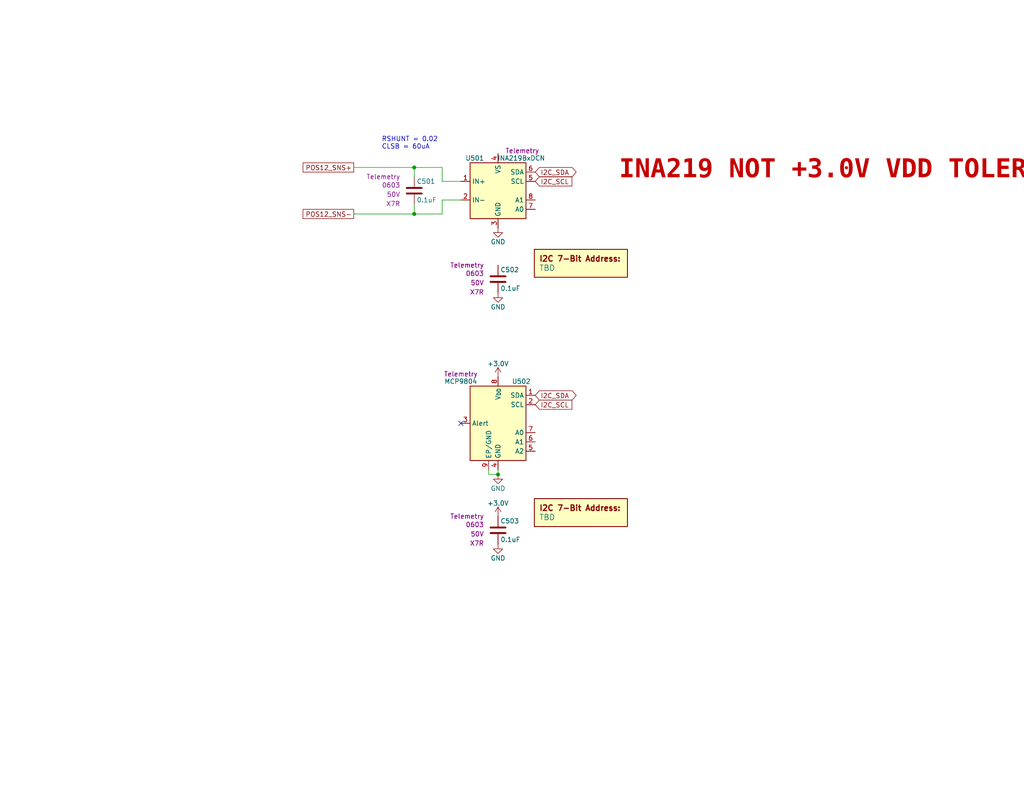
<source format=kicad_sch>
(kicad_sch (version 20230121) (generator eeschema)
  (paper "A")
  (title_block (title "Thermal Camera") (date "2023-11-13") (rev "PRELIM") (company "Drew Maatman and Michael Laffin"))
  (lib_symbols
    (symbol "Analog_ADC:INA219BxDCN"
      (property "Reference" "U" (at -6.35 8.89 0))
      (property "Value" "Analog_ADC_INA219BxDCN" (at 6.35 8.89 0))
      (symbol "INA219BxDCN_0_1"
        (rectangle (start -7.62 7.62) (end 7.62 -7.62) (stroke (width 0.254)) (fill (type background)))
      )
      (symbol "INA219BxDCN_1_1"
        (pin input line (at -10.16 2.54 0) (length 2.54) (name "IN+") (number "1"))
        (pin input line (at -10.16 -2.54 0) (length 2.54) (name "IN-") (number "2"))
        (pin power_in line (at 0 -10.16 90) (length 2.54) (name "GND") (number "3"))
        (pin power_in line (at 0 10.16 270) (length 2.54) (name "VS") (number "4"))
        (pin input line (at 10.16 2.54 180) (length 2.54) (name "SCL") (number "5"))
        (pin bidirectional line (at 10.16 5.08 180) (length 2.54) (name "SDA") (number "6"))
        (pin input line (at 10.16 -5.08 180) (length 2.54) (name "A0") (number "7"))
        (pin input line (at 10.16 -2.54 180) (length 2.54) (name "A1") (number "8"))
      )
    )
    (symbol "Custom Library:+3.0V" (power) (pin_names (offset 0))
      (property "Value" "+3.0V" (at 0 3.556 0))
      (symbol "+3.0V_0_1"
        (polyline (pts (xy -0.762 1.27) (xy 0 2.54)))
        (polyline (pts (xy 0 0) (xy 0 2.54)))
        (polyline (pts (xy 0 2.54) (xy 0.762 1.27)))
      )
      (symbol "+3.0V_1_1"
        (pin power_in line (at 0 0 90) (length 0) hide (name "+3.0V") (number "1"))
      )
    )
    (symbol "Custom_Library:C_Custom" (pin_numbers hide) (pin_names (offset 0.254))
      (property "Reference" "C" (at 0.635 2.54 0))
      (property "Value" "Custom_Library_C_Custom" (at 0.635 -2.54 0))
      (property "display_footprint" "Foot" (at -3.81 2.54 0))
      (property "Voltage" "V" (at -3.81 0 0))
      (property "Dielectric" "Er" (at -3.81 -2.54 0))
      (symbol "C_Custom_0_1"
        (polyline (pts (xy -2.032 -0.762) (xy 2.032 -0.762)) (stroke (width 0.508)))
        (polyline (pts (xy -2.032 0.762) (xy 2.032 0.762)) (stroke (width 0.508)))
      )
      (symbol "C_Custom_1_1"
        (pin passive line (at 0 3.81 270) (length 2.794) (name "~") (number "1"))
        (pin passive line (at 0 -3.81 90) (length 2.794) (name "~") (number "2"))
      )
    )
    (symbol "Custom_Library:I2C_Address" (pin_names (offset 1.016))
      (property "Value" "Custom_Library_I2C_Address" (at -11.43 0 0))
      (symbol "I2C_Address_0_0"
        (rectangle (start -12.7 5.08) (end 12.7 -2.54) (stroke (width 0.254)) (fill (type background)))
        (text "I2C 7-Bit Address:" (at -11.43 2.54 0) (effects (font (size 1.524 1.524) bold) (justify left)))
      )
    )
    (symbol "Sensor_Temperature:MCP9804_DFN"
      (property "Reference" "U" (at -6.35 11.43 0))
      (property "Value" "MCP9804_DFN" (at 10.16 11.43 0))
      (symbol "MCP9804_DFN_0_1"
        (rectangle (start -7.62 10.16) (end 7.62 -10.16) (stroke (width 0.254)) (fill (type background)))
      )
      (symbol "MCP9804_DFN_1_1"
        (pin bidirectional line (at -10.16 7.62 0) (length 2.54) (name "SDA") (number "1"))
        (pin input line (at -10.16 5.08 0) (length 2.54) (name "SCL") (number "2"))
        (pin output line (at 10.16 0 180) (length 2.54) (name "Alert") (number "3"))
        (pin power_in line (at 0 -12.7 90) (length 2.54) (name "GND") (number "4"))
        (pin input line (at -10.16 -7.62 0) (length 2.54) (name "A2") (number "5"))
        (pin input line (at -10.16 -5.08 0) (length 2.54) (name "A1") (number "6"))
        (pin input line (at -10.16 -2.54 0) (length 2.54) (name "A0") (number "7"))
        (pin power_in line (at 0 12.7 270) (length 2.54) (name "V_{DD}") (number "8"))
        (pin power_in line (at 2.54 -12.7 90) (length 2.54) (name "EP/GND") (number "9"))
      )
    )
    (symbol "power:GND" (power) (pin_names (offset 0))
      (property "Value" "GND" (at 0 -3.81 0))
      (symbol "GND_0_1"
        (polyline (pts (xy 0 0) (xy 0 -1.27) (xy 1.27 -1.27) (xy 0 -2.54) (xy -1.27 -1.27) (xy 0 -1.27)))
      )
      (symbol "GND_1_1"
        (pin power_in line (at 0 0 270) (length 0) hide (name "GND") (number "1"))
      )
    )
  )
  (junction (at 113.03 45.72))
  (junction (at 135.89 129.54))
  (junction (at 113.03 58.42))
  (no_connect (at 125.73 115.57))
  (wire (pts (xy 96.52 58.42) (xy 113.03 58.42)))
  (wire (pts (xy 113.03 55.88) (xy 113.03 58.42)))
  (wire (pts (xy 120.65 58.42) (xy 113.03 58.42)))
  (wire (pts (xy 120.65 54.61) (xy 120.65 58.42)))
  (wire (pts (xy 135.89 129.54) (xy 135.89 128.27)))
  (wire (pts (xy 120.65 45.72) (xy 113.03 45.72)))
  (wire (pts (xy 113.03 48.26) (xy 113.03 45.72)))
  (wire (pts (xy 96.52 45.72) (xy 113.03 45.72)))
  (wire (pts (xy 125.73 49.53) (xy 120.65 49.53)))
  (wire (pts (xy 120.65 49.53) (xy 120.65 45.72)))
  (wire (pts (xy 135.89 129.54) (xy 133.35 129.54)))
  (wire (pts (xy 120.65 54.61) (xy 125.73 54.61)))
  (wire (pts (xy 133.35 129.54) (xy 133.35 128.27)))
  (text "RSHUNT = 0.02\nCLSB = 60uA" (at 104.14 40.894 0) (effects (font (size 1.27 1.27)) (justify left bottom)))
  (text "INA219 NOT +3.0V VDD TOLERANT" (at 168.91 50.8 0) (effects (font (size 5.08 5.08) (thickness 0.508) bold) (justify left bottom)))
  (global_label "I2C_SCL" (shape input) (at 146.05 49.53 0) (property "Intersheetrefs" "${INTERSHEET_REFS}" (effects hide)))
  (global_label "I2C_SDA" (shape bidirectional) (at 146.05 46.99 0) (property "Intersheetrefs" "${INTERSHEET_REFS}" (effects hide)))
  (global_label "POS12_SNS-" (shape passive) (at 96.52 58.42 180) (property "Intersheetrefs" "${INTERSHEET_REFS}" (effects hide)))
  (global_label "POS12_SNS+" (shape passive) (at 96.52 45.72 180) (property "Intersheetrefs" "${INTERSHEET_REFS}" (effects hide)))
  (global_label "I2C_SCL" (shape input) (at 146.05 110.49 0) (property "Intersheetrefs" "${INTERSHEET_REFS}" (effects hide)))
  (global_label "I2C_SDA" (shape bidirectional) (at 146.05 107.95 0) (property "Intersheetrefs" "${INTERSHEET_REFS}" (effects hide)))
  (symbol (lib_id "Custom_Library:C_Custom") (at 135.89 144.78 0) (unit 1)
    (property "Reference" "C503" (at 136.525 142.24 0) (effects (justify left)))
    (property "Value" "0.1uF" (at 136.525 147.32 0) (effects (justify left)))
    (property "Footprint" "Capacitors_SMD:C_0603" (effects hide))
    (property "display_footprint" "0603" (at 132.08 143.256 0) (effects (justify right)))
    (property "Voltage" "50V" (at 132.08 145.796 0) (effects (justify right)))
    (property "Dielectric" "X7R" (at 132.08 148.336 0) (effects (justify right)))
    (property "Configuration" "Telemetry" (at 132.08 140.97 0) (effects (justify right)))
    (property "Digi-Key PN" "1276-1935-1-ND" (effects hide))
    (instances (project "Nixie_Clock_Core" (path "" (reference "C503") (unit 1))) (project "LED_Panel_Controller" (path "" (reference "C?") (unit 1)) (path "" (reference "C?") (unit 1)) (path "" (reference "C?") (unit 1)) (path "" (reference "C?") (unit 1)) (path "" (reference "C?") (unit 1)) (path "" (reference "C?") (unit 1)) (path "" (reference "C?") (unit 1))) (project "Thermal_Camera" (path "" (reference "C?") (unit 1))))
  )
  (symbol (lib_id "Custom Library:+3.0V") (at 135.89 102.87 0) (unit 1)
    (property "Reference" "#PWR0307" (effects hide))
    (property "Value" "+3.0V" (at 135.89 99.314 0))
  )
  (symbol (lib_id "Custom Library:+3.0V") (at 135.89 140.97 0) (unit 1)
    (property "Reference" "#PWR0305" (effects hide))
    (property "Value" "+3.0V" (at 135.89 137.414 0))
  )
  (symbol (lib_id "Custom_Library:C_Custom") (at 113.03 52.07 0) (unit 1)
    (property "Reference" "C501" (at 113.665 49.53 0) (effects (justify left)))
    (property "Value" "0.1uF" (at 113.665 54.61 0) (effects (justify left)))
    (property "Footprint" "Capacitors_SMD:C_0603" (effects hide))
    (property "display_footprint" "0603" (at 109.22 50.546 0) (effects (justify right)))
    (property "Voltage" "50V" (at 109.22 53.086 0) (effects (justify right)))
    (property "Dielectric" "X7R" (at 109.22 55.626 0) (effects (justify right)))
    (property "Configuration" "Telemetry" (at 109.22 48.26 0) (effects (justify right)))
    (property "Digi-Key PN" "1276-1935-1-ND" (effects hide))
    (instances (project "Nixie_Clock_Core" (path "" (reference "C501") (unit 1))) (project "LED_Panel_Controller" (path "" (reference "C?") (unit 1)) (path "" (reference "C?") (unit 1)) (path "" (reference "C?") (unit 1)) (path "" (reference "C?") (unit 1)) (path "" (reference "C?") (unit 1)) (path "" (reference "C?") (unit 1)) (path "" (reference "C?") (unit 1))) (project "Thermal_Camera" (path "" (reference "C?") (unit 1))))
  )
  (symbol (lib_id "power:GND") (at 135.89 62.23 0) (unit 1)
    (property "Reference" "#PWR0502" (effects hide))
    (property "Value" "GND" (at 135.89 66.04 0))
    (instances (project "Nixie_Clock_Core" (path "" (reference "#PWR0502") (unit 1))) (project "LED_Panel_Controller" (path "" (reference "#PWR?") (unit 1)) (path "" (reference "#PWR?") (unit 1)) (path "" (reference "#PWR?") (unit 1)) (path "" (reference "#PWR?") (unit 1)) (path "" (reference "#PWR?") (unit 1)) (path "" (reference "#PWR?") (unit 1))) (project "Thermal_Camera" (path "" (reference "#PWR0302") (unit 1))))
  )
  (symbol (lib_id "Sensor_Temperature:MCP9804_DFN") (at 135.89 115.57 0) (mirror y) (unit 1)
    (property "Reference" "U502" (at 142.24 104.14 0))
    (property "Value" "MCP9804" (at 125.73 104.14 0))
    (property "Footprint" "Package_DFN_QFN:DFN-8-1EP_3x2mm_P0.5mm_EP1.3x1.5mm" (effects hide))
    (property "Datasheet" "http://ww1.microchip.com/downloads/en/DeviceDoc/22203b.pdf" (effects hide))
    (property "Digi-Key PN" "MCP9804T-E/MCCT-ND" (effects hide))
    (property "Configuration" "Telemetry" (at 125.73 102.108 0))
    (instances (project "Nixie_Clock_Core" (path "" (reference "U502") (unit 1))) (project "LED_Panel_Controller" (path "" (reference "U?") (unit 1)) (path "" (reference "U?") (unit 1)) (path "" (reference "U?") (unit 1)) (path "" (reference "U?") (unit 1)) (path "" (reference "U?") (unit 1)) (path "" (reference "U?") (unit 1)) (path "" (reference "U?") (unit 1))) (project "Thermal_Camera" (path "" (reference "U?") (unit 1))))
  )
  (symbol (lib_id "Custom_Library:I2C_Address") (at 158.496 73.152 0) (unit 1)
    (property "Reference" "DOC501" (effects hide))
    (property "Value" "TBD" (at 147.066 73.152 0) (effects (font (size 1.524 1.524)) (justify left)))
    (instances (project "Nixie_Clock_Core" (path "" (reference "DOC501") (unit 1))) (project "LED_Panel_Controller" (path "" (reference "DOC?") (unit 1)) (path "" (reference "DOC?") (unit 1)) (path "" (reference "DOC?") (unit 1)) (path "" (reference "DOC?") (unit 1)) (path "" (reference "DOC?") (unit 1)) (path "" (reference "DOC?") (unit 1))) (project "Thermal_Camera" (path "" (reference "DOC?") (unit 1))))
  )
  (symbol (lib_id "Custom_Library:C_Custom") (at 135.89 76.2 0) (unit 1)
    (property "Reference" "C502" (at 136.525 73.66 0) (effects (justify left)))
    (property "Value" "0.1uF" (at 136.525 78.74 0) (effects (justify left)))
    (property "Footprint" "Capacitors_SMD:C_0603" (effects hide))
    (property "display_footprint" "0603" (at 132.08 74.676 0) (effects (justify right)))
    (property "Voltage" "50V" (at 132.08 77.216 0) (effects (justify right)))
    (property "Dielectric" "X7R" (at 132.08 79.756 0) (effects (justify right)))
    (property "Configuration" "Telemetry" (at 132.08 72.39 0) (effects (justify right)))
    (property "Digi-Key PN" "1276-1935-1-ND" (effects hide))
    (instances (project "Nixie_Clock_Core" (path "" (reference "C502") (unit 1))) (project "LED_Panel_Controller" (path "" (reference "C?") (unit 1)) (path "" (reference "C?") (unit 1)) (path "" (reference "C?") (unit 1)) (path "" (reference "C?") (unit 1)) (path "" (reference "C?") (unit 1)) (path "" (reference "C?") (unit 1)) (path "" (reference "C?") (unit 1))) (project "Thermal_Camera" (path "" (reference "C?") (unit 1))))
  )
  (symbol (lib_id "Analog_ADC:INA219BxDCN") (at 135.89 52.07 0) (unit 1)
    (property "Reference" "U501" (at 129.54 43.18 0))
    (property "Value" "INA219BxDCN" (at 142.24 43.18 0))
    (property "Footprint" "Package_TO_SOT_SMD:SOT-23-8" (effects hide))
    (property "Datasheet" "http://www.ti.com/lit/ds/symlink/ina219.pdf" (effects hide))
    (property "Digi-Key PN" "296-46420-1-ND" (effects hide))
    (property "Configuration" "Telemetry" (at 142.494 41.148 0))
    (instances (project "Nixie_Clock_Core" (path "" (reference "U501") (unit 1))) (project "LED_Panel_Controller" (path "" (reference "U?") (unit 1))) (project "Thermal_Camera" (path "" (reference "U?") (unit 1))))
  )
  (symbol (lib_id "Custom_Library:I2C_Address") (at 158.496 141.224 0) (unit 1)
    (property "Reference" "DOC502" (effects hide))
    (property "Value" "TBD" (at 147.066 141.224 0) (effects (font (size 1.524 1.524)) (justify left)))
    (instances (project "Nixie_Clock_Core" (path "" (reference "DOC502") (unit 1))) (project "LED_Panel_Controller" (path "" (reference "DOC?") (unit 1)) (path "" (reference "DOC?") (unit 1)) (path "" (reference "DOC?") (unit 1)) (path "" (reference "DOC?") (unit 1)) (path "" (reference "DOC?") (unit 1)) (path "" (reference "DOC?") (unit 1))) (project "Thermal_Camera" (path "" (reference "DOC?") (unit 1))))
  )
  (symbol (lib_id "power:GND") (at 135.89 148.59 0) (unit 1)
    (property "Reference" "#PWR0508" (effects hide))
    (property "Value" "GND" (at 135.89 152.4 0))
    (instances (project "Nixie_Clock_Core" (path "" (reference "#PWR0508") (unit 1))) (project "LED_Panel_Controller" (path "" (reference "#PWR?") (unit 1)) (path "" (reference "#PWR?") (unit 1)) (path "" (reference "#PWR?") (unit 1)) (path "" (reference "#PWR?") (unit 1)) (path "" (reference "#PWR?") (unit 1)) (path "" (reference "#PWR?") (unit 1))) (project "Thermal_Camera" (path "" (reference "#PWR0308") (unit 1))))
  )
  (symbol (lib_id "power:GND") (at 135.89 129.54 0) (mirror y) (unit 1)
    (property "Reference" "#PWR0506" (effects hide))
    (property "Value" "GND" (at 135.89 133.35 0))
    (instances (project "Nixie_Clock_Core" (path "" (reference "#PWR0506") (unit 1))) (project "LED_Panel_Controller" (path "" (reference "#PWR?") (unit 1)) (path "" (reference "#PWR?") (unit 1)) (path "" (reference "#PWR?") (unit 1)) (path "" (reference "#PWR?") (unit 1)) (path "" (reference "#PWR?") (unit 1)) (path "" (reference "#PWR?") (unit 1)) (path "" (reference "#PWR?") (unit 1))) (project "Thermal_Camera" (path "" (reference "#PWR0306") (unit 1))))
  )
  (symbol (lib_id "power:GND") (at 135.89 80.01 0) (unit 1)
    (property "Reference" "#PWR0504" (effects hide))
    (property "Value" "GND" (at 135.89 83.82 0))
    (instances (project "Nixie_Clock_Core" (path "" (reference "#PWR0504") (unit 1))) (project "LED_Panel_Controller" (path "" (reference "#PWR?") (unit 1)) (path "" (reference "#PWR?") (unit 1)) (path "" (reference "#PWR?") (unit 1)) (path "" (reference "#PWR?") (unit 1)) (path "" (reference "#PWR?") (unit 1)) (path "" (reference "#PWR?") (unit 1))) (project "Thermal_Camera" (path "" (reference "#PWR0304") (unit 1))))
  )
)
</source>
